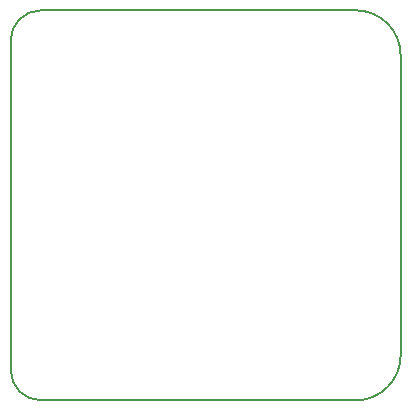
<source format=gbr>
G04 #@! TF.FileFunction,Profile,NP*
%FSLAX46Y46*%
G04 Gerber Fmt 4.6, Leading zero omitted, Abs format (unit mm)*
G04 Created by KiCad (PCBNEW 4.0.6) date Tue Apr 25 22:47:00 2017*
%MOMM*%
%LPD*%
G01*
G04 APERTURE LIST*
%ADD10C,0.100000*%
%ADD11C,0.150000*%
G04 APERTURE END LIST*
D10*
D11*
X152400000Y-101600000D02*
X152400000Y-73660000D01*
X181610000Y-104140000D02*
X154940000Y-104140000D01*
X185420000Y-74930000D02*
X185420000Y-100330000D01*
X154940000Y-71120000D02*
X181610000Y-71120000D01*
X185420000Y-74930000D02*
G75*
G03X181610000Y-71120000I-3810000J0D01*
G01*
X181610000Y-104140000D02*
G75*
G03X185420000Y-100330000I0J3810000D01*
G01*
X152400000Y-101600000D02*
G75*
G03X154940000Y-104140000I2540000J0D01*
G01*
X154940000Y-71120000D02*
G75*
G03X152400000Y-73660000I0J-2540000D01*
G01*
M02*

</source>
